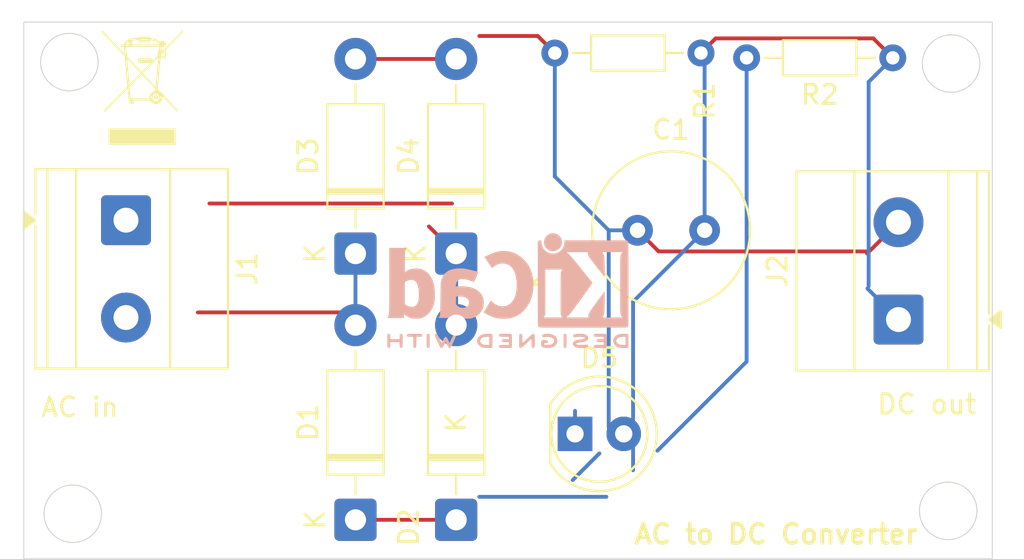
<source format=kicad_pcb>
(kicad_pcb (version 20241229) (generator "pcbnew") (generator_version "9.0")
  (layers (0 "F.Cu" signal) (2 "B.Cu" signal) (13 "F.Paste" user) (15 "B.Paste" user) (5 "F.SilkS" user "F.Silkscreen") (7 "B.SilkS" user "B.Silkscreen") (1 "F.Mask" user) (3 "B.Mask" user) (25 "Edge.Cuts" user))
  (net 0 "")
  (net 1 "/+VE")
  (net 2 "GND")
  (net 3 "Net-(D1-A)")
  (net 4 "Net-(D2-A)")
  (net 5 "Net-(D5-A)")
  (footprint "TerminalBlock_Phoenix:TerminalBlock_Phoenix_MKDS-1,5-2-5.08_1x02_P5.08mm_Horizontal" (layer "F.Cu") (at 101.5799 37.587 -90)
    (property "Reference" "J1" (at 2.54 -6.32 90) (layer "F.SilkS"))
    (property "Value" "Screw_Terminal_01x02")
    (pad "1" thru_hole roundrect (at 0 0 270) (size 2.6 2.6) (drill 1.3) (layers "*.Cu" "*.Mask") (roundrect_rratio 0.096154) (net 4 "Net-(D2-A)"))
    (pad "2" thru_hole circle (at 5.08 0 270) (size 2.6 2.6) (drill 1.3) (layers "*.Cu" "*.Mask") (net 3 "Net-(D1-A)"))
  )
  (footprint "Capacitor_THT:C_Radial_D8.0mm_H11.5mm_P3.50mm" (layer "F.Cu") (at 128.25 38.115)
    (property "Reference" "C1" (at 1.75 -5.25 0) (layer "F.SilkS"))
    (property "Value" "1000uF")
    (pad "1" thru_hole circle (at 0 0) (size 1.6 1.6) (drill 0.8) (layers "*.Cu" "*.Mask") (net 2 "GND"))
    (pad "2" thru_hole circle (at 3.5 0) (size 1.6 1.6) (drill 0.8) (layers "*.Cu" "*.Mask") (net 1 "/+VE"))
  )
  (footprint "Diode_THT:D_DO-41_SOD81_P10.16mm_Horizontal" (layer "F.Cu") (at 113.5458 53.2238 90)
    (property "Reference" "D1" (at 5.08 -2.47 90) (layer "F.SilkS"))
    (property "Value" "1N4007")
    (fp_text user "K" (at 0 -2.1 90) (layer "F.SilkS"))
    (pad "1" thru_hole roundrect (at 0 0 90) (size 2.2 2.2) (drill 1.1) (layers "*.Cu" "*.Mask") (roundrect_rratio 0.113636) (net 1 "/+VE"))
    (pad "2" thru_hole circle (at 10.16 0 90) (size 2.2 2.2) (drill 1.1) (layers "*.Cu" "*.Mask") (net 3 "Net-(D1-A)"))
  )
  (footprint "Symbol:WEEE-Logo_4.2x6mm_SilkScreen" (layer "F.Cu") (at 102.4382 30.6578)
    (property "Reference" "REF**" (hide yes))
    (property "Value" "WEEE-Logo_4.2x6mm_SilkScreen" (hide yes))
  )
  (footprint "Resistor_THT:R_Axial_DIN0204_L3.6mm_D1.6mm_P7.62mm_Horizontal" (layer "F.Cu") (at 141.56 29.115 180)
    (property "Reference" "R2" (at 3.81 -1.92 0) (layer "F.SilkS"))
    (property "Value" "2.2k")
    (pad "1" thru_hole circle (at 0 0 180) (size 1.4 1.4) (drill 0.7) (layers "*.Cu" "*.Mask") (net 1 "/+VE"))
    (pad "2" thru_hole circle (at 7.62 0 180) (size 1.4 1.4) (drill 0.7) (layers "*.Cu" "*.Mask") (net 5 "Net-(D5-A)"))
  )
  (footprint "Diode_THT:D_DO-41_SOD81_P10.16mm_Horizontal" (layer "F.Cu") (at 113.5458 39.3338 90)
    (property "Reference" "D3" (at 5.08 -2.47 90) (layer "F.SilkS"))
    (property "Value" "1N4007")
    (fp_text user "K" (at 0 -2.1 90) (layer "F.SilkS"))
    (pad "1" thru_hole roundrect (at 0 0 90) (size 2.2 2.2) (drill 1.1) (layers "*.Cu" "*.Mask") (roundrect_rratio 0.113636) (net 3 "Net-(D1-A)"))
    (pad "2" thru_hole circle (at 10.16 0 90) (size 2.2 2.2) (drill 1.1) (layers "*.Cu" "*.Mask") (net 2 "GND"))
  )
  (footprint "TerminalBlock_Phoenix:TerminalBlock_Phoenix_MKDS-1,5-2-5.08_1x02_P5.08mm_Horizontal" (layer "F.Cu") (at 141.859 42.7736 90)
    (property "Reference" "J2" (at 2.54 -6.32 90) (layer "F.SilkS"))
    (property "Value" "Screw_Terminal_01x02")
    (pad "1" thru_hole roundrect (at 0 0 90) (size 2.6 2.6) (drill 1.3) (layers "*.Cu" "*.Mask") (roundrect_rratio 0.096154) (net 1 "/+VE"))
    (pad "2" thru_hole circle (at 5.08 0 90) (size 2.6 2.6) (drill 1.3) (layers "*.Cu" "*.Mask") (net 2 "GND"))
  )
  (footprint "Diode_THT:D_DO-41_SOD81_P10.16mm_Horizontal" (layer "F.Cu") (at 118.7958 39.3338 90)
    (property "Reference" "D4" (at 5.08 -2.47 90) (layer "F.SilkS"))
    (property "Value" "1N4007")
    (fp_text user "K" (at 0 -2.1 90) (layer "F.SilkS"))
    (pad "1" thru_hole roundrect (at 0 0 90) (size 2.2 2.2) (drill 1.1) (layers "*.Cu" "*.Mask") (roundrect_rratio 0.113636) (net 4 "Net-(D2-A)"))
    (pad "2" thru_hole circle (at 10.16 0 90) (size 2.2 2.2) (drill 1.1) (layers "*.Cu" "*.Mask") (net 2 "GND"))
  )
  (footprint "Resistor_THT:R_Axial_DIN0204_L3.6mm_D1.6mm_P7.62mm_Horizontal" (layer "F.Cu") (at 131.56 28.865 180)
    (property "Reference" "R1" (at -0.19 -2.5 90) (layer "F.SilkS"))
    (property "Value" "10k")
    (pad "1" thru_hole circle (at 0 0 180) (size 1.4 1.4) (drill 0.7) (layers "*.Cu" "*.Mask") (net 1 "/+VE"))
    (pad "2" thru_hole circle (at 7.62 0 180) (size 1.4 1.4) (drill 0.7) (layers "*.Cu" "*.Mask") (net 2 "GND"))
  )
  (footprint "Diode_THT:D_DO-41_SOD81_P10.16mm_Horizontal" (layer "F.Cu") (at 118.7958 53.2238 90)
    (property "Reference" "D2" (at -0.39 -2.47 90) (layer "F.SilkS"))
    (property "Value" "1N4007")
    (fp_text user "K" (at 12.52 4.14 90) (layer "F.SilkS"))
    (pad "1" thru_hole roundrect (at 0 0 90) (size 2.2 2.2) (drill 1.1) (layers "*.Cu" "*.Mask") (roundrect_rratio 0.113636) (net 1 "/+VE"))
    (pad "2" thru_hole circle (at 10.16 0 90) (size 2.2 2.2) (drill 1.1) (layers "*.Cu" "*.Mask") (net 4 "Net-(D2-A)"))
  )
  (footprint "LED_THT:LED_D5.0mm" (layer "F.Cu") (at 124.9934 48.7382)
    (property "Reference" "D5" (at 1.27 -3.96 0) (layer "F.SilkS"))
    (property "Value" "LED")
    (pad "1" thru_hole rect (at 0 0) (size 1.8 1.8) (drill 0.9) (layers "*.Cu" "*.Mask") (net 2 "GND"))
    (pad "2" thru_hole circle (at 2.54 0) (size 1.8 1.8) (drill 0.9) (layers "*.Cu" "*.Mask") (net 5 "Net-(D5-A)"))
  )
  (footprint "Symbol:KiCad-Logo2_5mm_SilkScreen" (layer "B.Cu") (at 121.5 41.25 180)
    (property "Reference" "REF**" (hide yes))
    (property "Value" "KiCad-Logo2_5mm_SilkScreen" (hide yes))
  )
  (gr_circle (center 98.6282 29.337) (end 100.1282 29.337) (stroke (width 0.05)) (fill no) (layer "Edge.Cuts"))
  (gr_rect (start 96.25 27.25) (end 146.75 55.25) (stroke (width 0.05)) (fill no) (layer "Edge.Cuts"))
  (gr_circle (center 144.4498 52.7572) (end 145.9498 52.7572) (stroke (width 0.05)) (fill no) (layer "Edge.Cuts"))
  (gr_circle (center 144.6022 29.4132) (end 146.1022 29.4132) (stroke (width 0.05)) (fill no) (layer "Edge.Cuts"))
  (gr_circle (center 98.806 52.9082) (end 100.306 52.9082) (stroke (width 0.05)) (fill no) (layer "Edge.Cuts"))
  (gr_text "AC in\n" (at 97.0788 47.9298 0) (layer "F.SilkS") (effects (font (size 1 1)) (justify left bottom)))
  (gr_text "K" (at 118.7958 48.1438 90) (layer "F.SilkS") (effects (font (size 1 1))))
  (gr_text "AC to DC Converter" (at 127.9906 54.5592 0) (layer "F.SilkS") (effects (font (size 1 1) (thickness 0.2) (bold yes)) (justify left bottom)))
  (gr_text "DC out\n" (at 140.6652 47.7774 0) (layer "F.SilkS") (effects (font (size 1 1)) (justify left bottom)))
  (segment (start 132.3254 28.0996) (end 131.56 28.865) (width 0.2) (layer "F.Cu") (net 1))
  (segment (start 141.56 29.115) (end 140.5446 28.0996) (width 0.2) (layer "F.Cu") (net 1))
  (segment (start 140.5446 28.0996) (end 132.3254 28.0996) (width 0.2) (layer "F.Cu") (net 1))
  (segment (start 118.7958 53.2238) (end 113.5458 53.2238) (width 0.2) (layer "F.Cu") (net 1))
  (segment (start 128.02 41.845) (end 131.75 38.115) (width 0.2) (layer "B.Cu") (net 1))
  (segment (start 131.75 29.055) (end 131.75 38.115) (width 0.2) (layer "B.Cu") (net 1))
  (segment (start 140.2389 41.1535) (end 141.859 42.7736) (width 0.2) (layer "B.Cu") (net 1))
  (segment (start 141.56 29.115) (end 140.3024 30.3726) (width 0.2) (layer "B.Cu") (net 1))
  (segment (start 120 52.025) (end 126.6304 52.025) (width 0.2) (layer "B.Cu") (net 1))
  (segment (start 124.8738 51.1482) (end 126.2634 49.7586) (width 0.2) (layer "B.Cu") (net 1))
  (segment (start 131.56 28.865) (end 131.75 29.055) (width 0.2) (layer "B.Cu") (net 1))
  (segment (start 128.02 50.6354) (end 128.02 41.845) (width 0.2) (layer "B.Cu") (net 1))
  (segment (start 140.3024 30.3726) (end 140.3024 41.0399) (width 0.2) (layer "B.Cu") (net 1))
  (segment (start 113.5458 29.1738) (end 118.7958 29.1738) (width 0.2) (layer "F.Cu") (net 2))
  (segment (start 120 27.975) (end 123.05 27.975) (width 0.2) (layer "F.Cu") (net 2))
  (segment (start 141.859 37.6936) (end 140.2215 39.3311) (width 0.2) (layer "F.Cu") (net 2))
  (segment (start 123.05 27.975) (end 123.94 28.865) (width 0.2) (layer "F.Cu") (net 2))
  (segment (start 129.3525 39.2175) (end 128.25 38.115) (width 0.2) (layer "F.Cu") (net 2))
  (segment (start 140.285 39.2175) (end 129.3525 39.2175) (width 0.2) (layer "F.Cu") (net 2))
  (segment (start 126.75 48.4133) (end 126.75 38.115) (width 0.2) (layer "B.Cu") (net 2))
  (segment (start 128.25 38.115) (end 126.75 38.115) (width 0.2) (layer "B.Cu") (net 2))
  (segment (start 124.9934 48.7382) (end 124.9934 47.5365) (width 0.2) (layer "B.Cu") (net 2))
  (segment (start 123.94 35.305) (end 123.94 28.865) (width 0.2) (layer "B.Cu") (net 2))
  (segment (start 126.75 38.115) (end 123.94 35.305) (width 0.2) (layer "B.Cu") (net 2))
  (segment (start 113.0108 43.5988) (end 113.5458 43.0638) (width 0.2) (layer "F.Cu") (net 3))
  (segment (start 105.3275 42.4) (end 114.215 42.4) (width 0.2) (layer "F.Cu") (net 3))
  (segment (start 113.5458 43.0638) (end 113.5458 39.3338) (width 0.2) (layer "B.Cu") (net 3))
  (segment (start 118.5809 36.7159) (end 105.9316 36.7159) (width 0.2) (layer "F.Cu") (net 4))
  (segment (start 102.184 36.9829) (end 101.5799 37.587) (width 0.2) (layer "F.Cu") (net 4))
  (segment (start 118.7958 39.3338) (end 117.3767 37.9147) (width 0.2) (layer "F.Cu") (net 4))
  (segment (start 118.7958 39.3338) (end 118.7958 43.0638) (width 0.2) (layer "B.Cu") (net 4))
  (segment (start 129.29 49.615) (end 133.94 44.965) (width 0.2) (layer "B.Cu") (net 5))
  (segment (start 133.94 44.965) (end 133.94 29.115) (width 0.2) (layer "B.Cu") (net 5))
)
</source>
